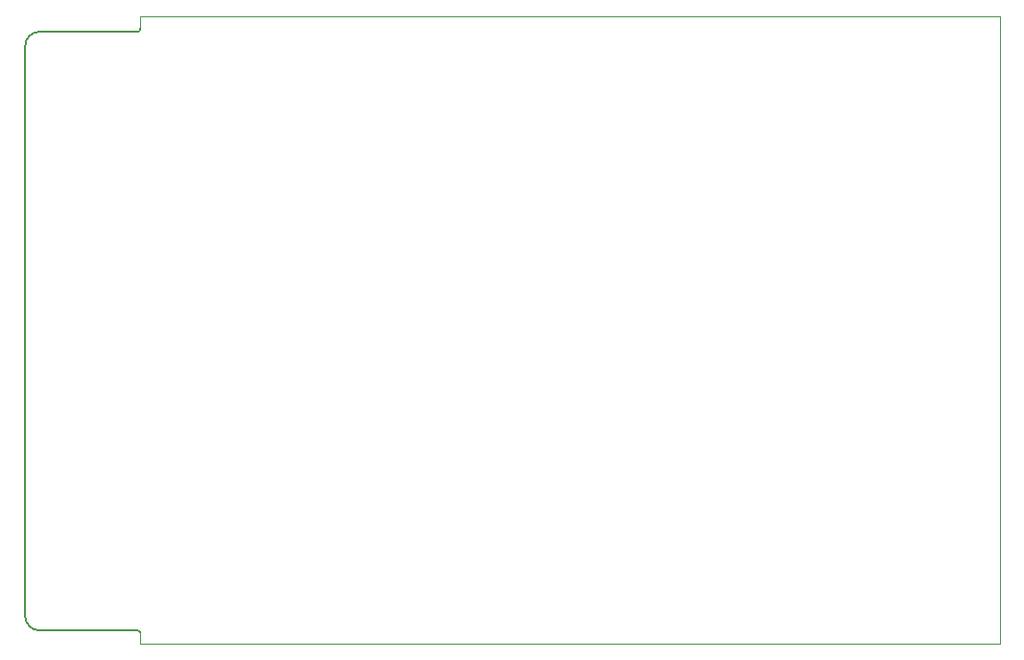
<source format=gbr>
%TF.GenerationSoftware,KiCad,Pcbnew,7.0.10*%
%TF.CreationDate,2024-02-05T23:38:35-06:00*%
%TF.ProjectId,CoCo-FujiNet-Rev000,436f436f-2d46-4756-9a69-4e65742d5265,Rev 000*%
%TF.SameCoordinates,Original*%
%TF.FileFunction,Profile,NP*%
%FSLAX46Y46*%
G04 Gerber Fmt 4.6, Leading zero omitted, Abs format (unit mm)*
G04 Created by KiCad (PCBNEW 7.0.10) date 2024-02-05 23:38:35*
%MOMM*%
%LPD*%
G01*
G04 APERTURE LIST*
%TA.AperFunction,Profile*%
%ADD10C,0.100000*%
%TD*%
%TA.AperFunction,Profile*%
%ADD11C,0.127000*%
%TD*%
G04 APERTURE END LIST*
D10*
X108184000Y-117542500D02*
X108184000Y-116619750D01*
X184003000Y-62170500D02*
X108184000Y-62170500D01*
X184003000Y-117542500D02*
X184003000Y-62170500D01*
X108184000Y-62170500D02*
X108184000Y-63279750D01*
X184003000Y-117542500D02*
X108184000Y-117542500D01*
D11*
%TO.C,P1*%
X98024000Y-115095750D02*
G75*
G03*
X99294000Y-116365750I1270000J0D01*
G01*
X108184000Y-116619750D02*
G75*
G03*
X107930000Y-116365750I-254000J0D01*
G01*
X99294000Y-63533750D02*
G75*
G03*
X98024000Y-64803750I0J-1270000D01*
G01*
X107930000Y-63533750D02*
G75*
G03*
X108184000Y-63279750I0J254000D01*
G01*
X99294000Y-116365750D02*
X107930000Y-116365750D01*
X98024000Y-64803750D02*
X98024000Y-115095750D01*
X107930000Y-63533750D02*
X99294000Y-63533750D01*
%TD*%
M02*

</source>
